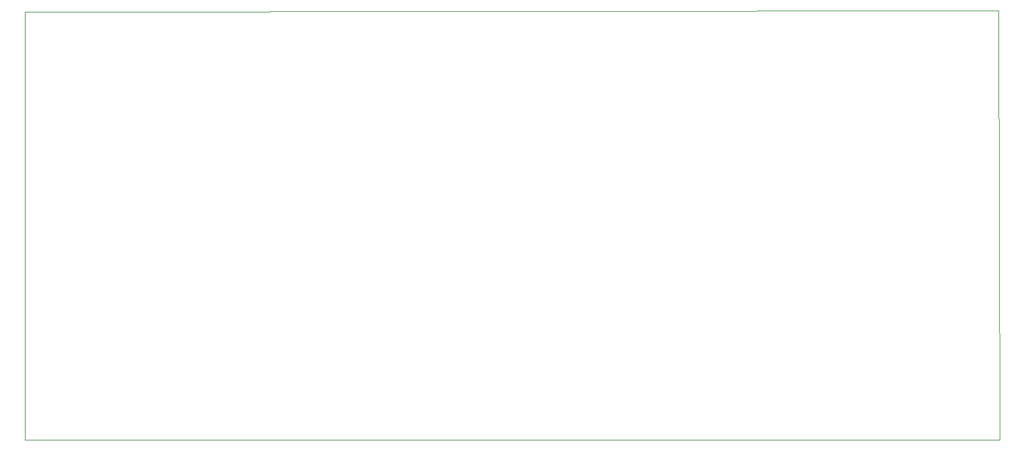
<source format=gbr>
%TF.GenerationSoftware,KiCad,Pcbnew,(6.0.9)*%
%TF.CreationDate,2022-12-18T09:22:53+00:00*%
%TF.ProjectId,Apricot-Hard-Disk-Interface,41707269-636f-4742-9d48-6172642d4469,rev?*%
%TF.SameCoordinates,Original*%
%TF.FileFunction,Profile,NP*%
%FSLAX46Y46*%
G04 Gerber Fmt 4.6, Leading zero omitted, Abs format (unit mm)*
G04 Created by KiCad (PCBNEW (6.0.9)) date 2022-12-18 09:22:53*
%MOMM*%
%LPD*%
G01*
G04 APERTURE LIST*
%TA.AperFunction,Profile*%
%ADD10C,0.100000*%
%TD*%
G04 APERTURE END LIST*
D10*
X212400000Y-137300000D02*
X80000000Y-137300000D01*
X212300000Y-78900000D02*
X212400000Y-137300000D01*
X80000000Y-137300000D02*
X80000000Y-79000000D01*
X80000000Y-79000000D02*
X212300000Y-78900000D01*
M02*

</source>
